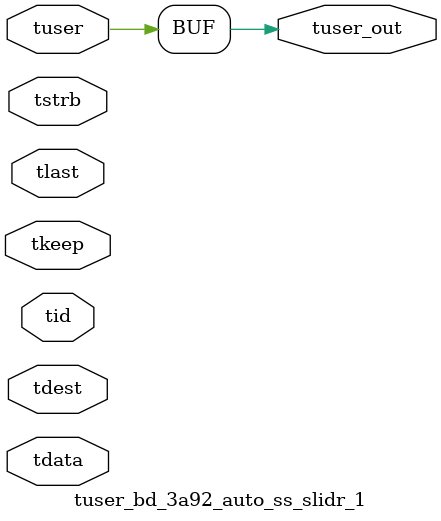
<source format=v>


`timescale 1ps/1ps

module tuser_bd_3a92_auto_ss_slidr_1 #
(
parameter C_S_AXIS_TUSER_WIDTH = 1,
parameter C_S_AXIS_TDATA_WIDTH = 32,
parameter C_S_AXIS_TID_WIDTH   = 0,
parameter C_S_AXIS_TDEST_WIDTH = 0,
parameter C_M_AXIS_TUSER_WIDTH = 1
)
(
input  [(C_S_AXIS_TUSER_WIDTH == 0 ? 1 : C_S_AXIS_TUSER_WIDTH)-1:0     ] tuser,
input  [(C_S_AXIS_TDATA_WIDTH == 0 ? 1 : C_S_AXIS_TDATA_WIDTH)-1:0     ] tdata,
input  [(C_S_AXIS_TID_WIDTH   == 0 ? 1 : C_S_AXIS_TID_WIDTH)-1:0       ] tid,
input  [(C_S_AXIS_TDEST_WIDTH == 0 ? 1 : C_S_AXIS_TDEST_WIDTH)-1:0     ] tdest,
input  [(C_S_AXIS_TDATA_WIDTH/8)-1:0 ] tkeep,
input  [(C_S_AXIS_TDATA_WIDTH/8)-1:0 ] tstrb,
input                                                                    tlast,
output [C_M_AXIS_TUSER_WIDTH-1:0] tuser_out
);

assign tuser_out = {tuser[0:0]};

endmodule


</source>
